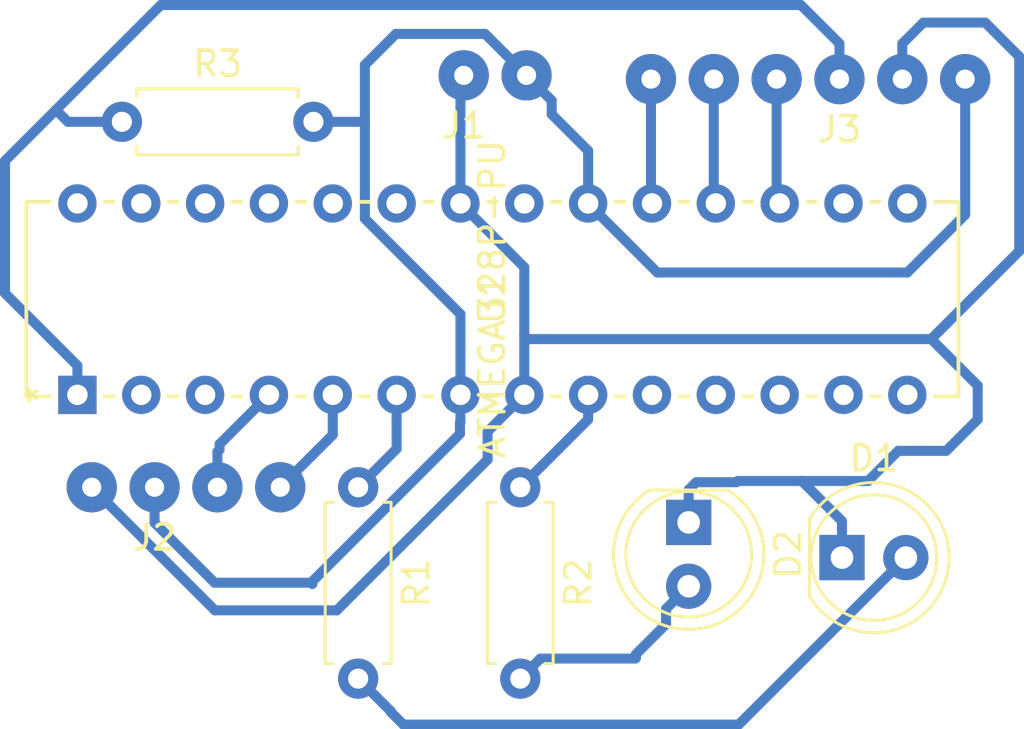
<source format=kicad_pcb>
(kicad_pcb (version 20171130) (host pcbnew 5.1.0-060a0da~80~ubuntu18.04.1)

  (general
    (thickness 1.6)
    (drawings 0)
    (tracks 98)
    (zones 0)
    (modules 9)
    (nets 29)
  )

  (page A4)
  (layers
    (0 F.Cu signal)
    (31 B.Cu signal)
    (32 B.Adhes user)
    (33 F.Adhes user)
    (34 B.Paste user)
    (35 F.Paste user)
    (36 B.SilkS user)
    (37 F.SilkS user)
    (38 B.Mask user)
    (39 F.Mask user)
    (40 Dwgs.User user)
    (41 Cmts.User user)
    (42 Eco1.User user)
    (43 Eco2.User user)
    (44 Edge.Cuts user)
    (45 Margin user)
    (46 B.CrtYd user)
    (47 F.CrtYd user)
    (48 B.Fab user)
    (49 F.Fab user)
  )

  (setup
    (last_trace_width 0.4)
    (trace_clearance 0.3)
    (zone_clearance 0.508)
    (zone_45_only no)
    (trace_min 0.2)
    (via_size 0.9)
    (via_drill 0.4)
    (via_min_size 0.4)
    (via_min_drill 0.3)
    (uvia_size 0.3)
    (uvia_drill 0.1)
    (uvias_allowed no)
    (uvia_min_size 0.2)
    (uvia_min_drill 0.1)
    (edge_width 0.05)
    (segment_width 0.2)
    (pcb_text_width 0.3)
    (pcb_text_size 1.5 1.5)
    (mod_edge_width 0.12)
    (mod_text_size 1 1)
    (mod_text_width 0.15)
    (pad_size 1.524 1.524)
    (pad_drill 0.762)
    (pad_to_mask_clearance 0.051)
    (solder_mask_min_width 0.25)
    (aux_axis_origin 0 0)
    (visible_elements FFFFFF7F)
    (pcbplotparams
      (layerselection 0x010fc_ffffffff)
      (usegerberextensions false)
      (usegerberattributes false)
      (usegerberadvancedattributes false)
      (creategerberjobfile false)
      (excludeedgelayer true)
      (linewidth 0.100000)
      (plotframeref false)
      (viasonmask false)
      (mode 1)
      (useauxorigin false)
      (hpglpennumber 1)
      (hpglpenspeed 20)
      (hpglpendiameter 15.000000)
      (psnegative false)
      (psa4output false)
      (plotreference true)
      (plotvalue true)
      (plotinvisibletext false)
      (padsonsilk false)
      (subtractmaskfromsilk false)
      (outputformat 1)
      (mirror false)
      (drillshape 1)
      (scaleselection 1)
      (outputdirectory ""))
  )

  (net 0 "")
  (net 1 "Net-(D1-Pad1)")
  (net 2 "Net-(D1-Pad2)")
  (net 3 "Net-(D2-Pad2)")
  (net 4 "Net-(J1-Pad1)")
  (net 5 "Net-(J2-Pad1)")
  (net 6 "Net-(J2-Pad2)")
  (net 7 "Net-(J3-Pad3)")
  (net 8 "Net-(J3-Pad4)")
  (net 9 "Net-(J3-Pad5)")
  (net 10 "Net-(J3-Pad6)")
  (net 11 "Net-(R1-Pad1)")
  (net 12 "Net-(R2-Pad1)")
  (net 13 "Net-(U1-Pad2)")
  (net 14 "Net-(U1-Pad3)")
  (net 15 "Net-(U1-Pad10)")
  (net 16 "Net-(U1-Pad12)")
  (net 17 "Net-(U1-Pad13)")
  (net 18 "Net-(U1-Pad14)")
  (net 19 "Net-(U1-Pad15)")
  (net 20 "Net-(U1-Pad16)")
  (net 21 "Net-(U1-Pad21)")
  (net 22 "Net-(U1-Pad23)")
  (net 23 "Net-(U1-Pad24)")
  (net 24 "Net-(U1-Pad25)")
  (net 25 "Net-(U1-Pad26)")
  (net 26 "Net-(U1-Pad27)")
  (net 27 "Net-(U1-Pad28)")
  (net 28 "Net-(U1-Pad11)")

  (net_class Default "This is the default net class."
    (clearance 0.3)
    (trace_width 0.4)
    (via_dia 0.9)
    (via_drill 0.4)
    (uvia_dia 0.3)
    (uvia_drill 0.1)
    (add_net "Net-(D1-Pad1)")
    (add_net "Net-(D1-Pad2)")
    (add_net "Net-(D2-Pad2)")
    (add_net "Net-(J1-Pad1)")
    (add_net "Net-(J2-Pad1)")
    (add_net "Net-(J2-Pad2)")
    (add_net "Net-(J3-Pad3)")
    (add_net "Net-(J3-Pad4)")
    (add_net "Net-(J3-Pad5)")
    (add_net "Net-(J3-Pad6)")
    (add_net "Net-(R1-Pad1)")
    (add_net "Net-(R2-Pad1)")
    (add_net "Net-(U1-Pad10)")
    (add_net "Net-(U1-Pad11)")
    (add_net "Net-(U1-Pad12)")
    (add_net "Net-(U1-Pad13)")
    (add_net "Net-(U1-Pad14)")
    (add_net "Net-(U1-Pad15)")
    (add_net "Net-(U1-Pad16)")
    (add_net "Net-(U1-Pad2)")
    (add_net "Net-(U1-Pad21)")
    (add_net "Net-(U1-Pad23)")
    (add_net "Net-(U1-Pad24)")
    (add_net "Net-(U1-Pad25)")
    (add_net "Net-(U1-Pad26)")
    (add_net "Net-(U1-Pad27)")
    (add_net "Net-(U1-Pad28)")
    (add_net "Net-(U1-Pad3)")
  )

  (module footprints:ATMEGA328P-PU (layer F.Cu) (tedit 0) (tstamp 5CB1FB37)
    (at 88.7 85.85 90)
    (path /5CB79CDD)
    (fp_text reference U1 (at -3.81 -16.51 90) (layer F.SilkS)
      (effects (font (size 1 1) (thickness 0.15)))
    )
    (fp_text value ATMEGA328P-PU (at -3.81 -16.51 90) (layer F.SilkS)
      (effects (font (size 1 1) (thickness 0.15)))
    )
    (fp_text user "Copyright 2016 Accelerated Designs. All rights reserved." (at 0 0 90) (layer Cmts.User)
      (effects (font (size 0.127 0.127) (thickness 0.002)))
    )
    (fp_text user * (at -7.62 -34.544 90) (layer F.SilkS)
      (effects (font (size 1 1) (thickness 0.15)))
    )
    (fp_text user * (at -7.3025 -33.02 90) (layer F.Fab)
      (effects (font (size 1 1) (thickness 0.15)))
    )
    (fp_line (start -7.5565 -32.6136) (end -7.5565 -33.4264) (layer F.Fab) (width 0.1524))
    (fp_line (start -7.5565 -33.4264) (end -8.0264 -33.4264) (layer F.Fab) (width 0.1524))
    (fp_line (start -8.0264 -33.4264) (end -8.0264 -32.6136) (layer F.Fab) (width 0.1524))
    (fp_line (start -8.0264 -32.6136) (end -7.5565 -32.6136) (layer F.Fab) (width 0.1524))
    (fp_line (start -7.5565 -30.0736) (end -7.5565 -30.8864) (layer F.Fab) (width 0.1524))
    (fp_line (start -7.5565 -30.8864) (end -8.0264 -30.8864) (layer F.Fab) (width 0.1524))
    (fp_line (start -8.0264 -30.8864) (end -8.0264 -30.0736) (layer F.Fab) (width 0.1524))
    (fp_line (start -8.0264 -30.0736) (end -7.5565 -30.0736) (layer F.Fab) (width 0.1524))
    (fp_line (start -7.5565 -27.5336) (end -7.5565 -28.3464) (layer F.Fab) (width 0.1524))
    (fp_line (start -7.5565 -28.3464) (end -8.0264 -28.3464) (layer F.Fab) (width 0.1524))
    (fp_line (start -8.0264 -28.3464) (end -8.0264 -27.5336) (layer F.Fab) (width 0.1524))
    (fp_line (start -8.0264 -27.5336) (end -7.5565 -27.5336) (layer F.Fab) (width 0.1524))
    (fp_line (start -7.5565 -24.9936) (end -7.5565 -25.8064) (layer F.Fab) (width 0.1524))
    (fp_line (start -7.5565 -25.8064) (end -8.0264 -25.8064) (layer F.Fab) (width 0.1524))
    (fp_line (start -8.0264 -25.8064) (end -8.0264 -24.9936) (layer F.Fab) (width 0.1524))
    (fp_line (start -8.0264 -24.9936) (end -7.5565 -24.9936) (layer F.Fab) (width 0.1524))
    (fp_line (start -7.5565 -22.4536) (end -7.5565 -23.2664) (layer F.Fab) (width 0.1524))
    (fp_line (start -7.5565 -23.2664) (end -8.0264 -23.2664) (layer F.Fab) (width 0.1524))
    (fp_line (start -8.0264 -23.2664) (end -8.0264 -22.4536) (layer F.Fab) (width 0.1524))
    (fp_line (start -8.0264 -22.4536) (end -7.5565 -22.4536) (layer F.Fab) (width 0.1524))
    (fp_line (start -7.5565 -19.9136) (end -7.5565 -20.7264) (layer F.Fab) (width 0.1524))
    (fp_line (start -7.5565 -20.7264) (end -8.0264 -20.7264) (layer F.Fab) (width 0.1524))
    (fp_line (start -8.0264 -20.7264) (end -8.0264 -19.9136) (layer F.Fab) (width 0.1524))
    (fp_line (start -8.0264 -19.9136) (end -7.5565 -19.9136) (layer F.Fab) (width 0.1524))
    (fp_line (start -7.5565 -17.3736) (end -7.5565 -18.1864) (layer F.Fab) (width 0.1524))
    (fp_line (start -7.5565 -18.1864) (end -8.0264 -18.1864) (layer F.Fab) (width 0.1524))
    (fp_line (start -8.0264 -18.1864) (end -8.0264 -17.3736) (layer F.Fab) (width 0.1524))
    (fp_line (start -8.0264 -17.3736) (end -7.5565 -17.3736) (layer F.Fab) (width 0.1524))
    (fp_line (start -7.5565 -14.8336) (end -7.5565 -15.6464) (layer F.Fab) (width 0.1524))
    (fp_line (start -7.5565 -15.6464) (end -8.0264 -15.6464) (layer F.Fab) (width 0.1524))
    (fp_line (start -8.0264 -15.6464) (end -8.0264 -14.8336) (layer F.Fab) (width 0.1524))
    (fp_line (start -8.0264 -14.8336) (end -7.5565 -14.8336) (layer F.Fab) (width 0.1524))
    (fp_line (start -7.5565 -12.2936) (end -7.5565 -13.1064) (layer F.Fab) (width 0.1524))
    (fp_line (start -7.5565 -13.1064) (end -8.0264 -13.1064) (layer F.Fab) (width 0.1524))
    (fp_line (start -8.0264 -13.1064) (end -8.0264 -12.2936) (layer F.Fab) (width 0.1524))
    (fp_line (start -8.0264 -12.2936) (end -7.5565 -12.2936) (layer F.Fab) (width 0.1524))
    (fp_line (start -7.5565 -9.7536) (end -7.5565 -10.5664) (layer F.Fab) (width 0.1524))
    (fp_line (start -7.5565 -10.5664) (end -8.0264 -10.5664) (layer F.Fab) (width 0.1524))
    (fp_line (start -8.0264 -10.5664) (end -8.0264 -9.7536) (layer F.Fab) (width 0.1524))
    (fp_line (start -8.0264 -9.7536) (end -7.5565 -9.7536) (layer F.Fab) (width 0.1524))
    (fp_line (start -7.5565 -7.2136) (end -7.5565 -8.0264) (layer F.Fab) (width 0.1524))
    (fp_line (start -7.5565 -8.0264) (end -8.0264 -8.0264) (layer F.Fab) (width 0.1524))
    (fp_line (start -8.0264 -8.0264) (end -8.0264 -7.2136) (layer F.Fab) (width 0.1524))
    (fp_line (start -8.0264 -7.2136) (end -7.5565 -7.2136) (layer F.Fab) (width 0.1524))
    (fp_line (start -7.5565 -4.6736) (end -7.5565 -5.4864) (layer F.Fab) (width 0.1524))
    (fp_line (start -7.5565 -5.4864) (end -8.0264 -5.4864) (layer F.Fab) (width 0.1524))
    (fp_line (start -8.0264 -5.4864) (end -8.0264 -4.6736) (layer F.Fab) (width 0.1524))
    (fp_line (start -8.0264 -4.6736) (end -7.5565 -4.6736) (layer F.Fab) (width 0.1524))
    (fp_line (start -7.5565 -2.1336) (end -7.5565 -2.9464) (layer F.Fab) (width 0.1524))
    (fp_line (start -7.5565 -2.9464) (end -8.0264 -2.9464) (layer F.Fab) (width 0.1524))
    (fp_line (start -8.0264 -2.9464) (end -8.0264 -2.1336) (layer F.Fab) (width 0.1524))
    (fp_line (start -8.0264 -2.1336) (end -7.5565 -2.1336) (layer F.Fab) (width 0.1524))
    (fp_line (start -7.5565 0.4064) (end -7.5565 -0.4064) (layer F.Fab) (width 0.1524))
    (fp_line (start -7.5565 -0.4064) (end -8.0264 -0.4064) (layer F.Fab) (width 0.1524))
    (fp_line (start -8.0264 -0.4064) (end -8.0264 0.4064) (layer F.Fab) (width 0.1524))
    (fp_line (start -8.0264 0.4064) (end -7.5565 0.4064) (layer F.Fab) (width 0.1524))
    (fp_line (start -0.0635 -0.4064) (end -0.0635 0.4064) (layer F.Fab) (width 0.1524))
    (fp_line (start -0.0635 0.4064) (end 0.4064 0.4064) (layer F.Fab) (width 0.1524))
    (fp_line (start 0.4064 0.4064) (end 0.4064 -0.4064) (layer F.Fab) (width 0.1524))
    (fp_line (start 0.4064 -0.4064) (end -0.0635 -0.4064) (layer F.Fab) (width 0.1524))
    (fp_line (start -0.0635 -2.9464) (end -0.0635 -2.1336) (layer F.Fab) (width 0.1524))
    (fp_line (start -0.0635 -2.1336) (end 0.4064 -2.1336) (layer F.Fab) (width 0.1524))
    (fp_line (start 0.4064 -2.1336) (end 0.4064 -2.9464) (layer F.Fab) (width 0.1524))
    (fp_line (start 0.4064 -2.9464) (end -0.0635 -2.9464) (layer F.Fab) (width 0.1524))
    (fp_line (start -0.0635 -5.4864) (end -0.0635 -4.6736) (layer F.Fab) (width 0.1524))
    (fp_line (start -0.0635 -4.6736) (end 0.4064 -4.6736) (layer F.Fab) (width 0.1524))
    (fp_line (start 0.4064 -4.6736) (end 0.4064 -5.4864) (layer F.Fab) (width 0.1524))
    (fp_line (start 0.4064 -5.4864) (end -0.0635 -5.4864) (layer F.Fab) (width 0.1524))
    (fp_line (start -0.0635 -8.0264) (end -0.0635 -7.2136) (layer F.Fab) (width 0.1524))
    (fp_line (start -0.0635 -7.2136) (end 0.4064 -7.2136) (layer F.Fab) (width 0.1524))
    (fp_line (start 0.4064 -7.2136) (end 0.4064 -8.0264) (layer F.Fab) (width 0.1524))
    (fp_line (start 0.4064 -8.0264) (end -0.0635 -8.0264) (layer F.Fab) (width 0.1524))
    (fp_line (start -0.0635 -10.5664) (end -0.0635 -9.7536) (layer F.Fab) (width 0.1524))
    (fp_line (start -0.0635 -9.7536) (end 0.4064 -9.7536) (layer F.Fab) (width 0.1524))
    (fp_line (start 0.4064 -9.7536) (end 0.4064 -10.5664) (layer F.Fab) (width 0.1524))
    (fp_line (start 0.4064 -10.5664) (end -0.0635 -10.5664) (layer F.Fab) (width 0.1524))
    (fp_line (start -0.0635 -13.1064) (end -0.0635 -12.2936) (layer F.Fab) (width 0.1524))
    (fp_line (start -0.0635 -12.2936) (end 0.4064 -12.2936) (layer F.Fab) (width 0.1524))
    (fp_line (start 0.4064 -12.2936) (end 0.4064 -13.1064) (layer F.Fab) (width 0.1524))
    (fp_line (start 0.4064 -13.1064) (end -0.0635 -13.1064) (layer F.Fab) (width 0.1524))
    (fp_line (start -0.0635 -15.6464) (end -0.0635 -14.8336) (layer F.Fab) (width 0.1524))
    (fp_line (start -0.0635 -14.8336) (end 0.4064 -14.8336) (layer F.Fab) (width 0.1524))
    (fp_line (start 0.4064 -14.8336) (end 0.4064 -15.6464) (layer F.Fab) (width 0.1524))
    (fp_line (start 0.4064 -15.6464) (end -0.0635 -15.6464) (layer F.Fab) (width 0.1524))
    (fp_line (start -0.0635 -18.1864) (end -0.0635 -17.3736) (layer F.Fab) (width 0.1524))
    (fp_line (start -0.0635 -17.3736) (end 0.4064 -17.3736) (layer F.Fab) (width 0.1524))
    (fp_line (start 0.4064 -17.3736) (end 0.4064 -18.1864) (layer F.Fab) (width 0.1524))
    (fp_line (start 0.4064 -18.1864) (end -0.0635 -18.1864) (layer F.Fab) (width 0.1524))
    (fp_line (start -0.0635 -20.7264) (end -0.0635 -19.9136) (layer F.Fab) (width 0.1524))
    (fp_line (start -0.0635 -19.9136) (end 0.4064 -19.9136) (layer F.Fab) (width 0.1524))
    (fp_line (start 0.4064 -19.9136) (end 0.4064 -20.7264) (layer F.Fab) (width 0.1524))
    (fp_line (start 0.4064 -20.7264) (end -0.0635 -20.7264) (layer F.Fab) (width 0.1524))
    (fp_line (start -0.0635 -23.2664) (end -0.0635 -22.4536) (layer F.Fab) (width 0.1524))
    (fp_line (start -0.0635 -22.4536) (end 0.4064 -22.4536) (layer F.Fab) (width 0.1524))
    (fp_line (start 0.4064 -22.4536) (end 0.4064 -23.2664) (layer F.Fab) (width 0.1524))
    (fp_line (start 0.4064 -23.2664) (end -0.0635 -23.2664) (layer F.Fab) (width 0.1524))
    (fp_line (start -0.0635 -25.8064) (end -0.0635 -24.9936) (layer F.Fab) (width 0.1524))
    (fp_line (start -0.0635 -24.9936) (end 0.4064 -24.9936) (layer F.Fab) (width 0.1524))
    (fp_line (start 0.4064 -24.9936) (end 0.4064 -25.8064) (layer F.Fab) (width 0.1524))
    (fp_line (start 0.4064 -25.8064) (end -0.0635 -25.8064) (layer F.Fab) (width 0.1524))
    (fp_line (start -0.0635 -28.3464) (end -0.0635 -27.5336) (layer F.Fab) (width 0.1524))
    (fp_line (start -0.0635 -27.5336) (end 0.4064 -27.5336) (layer F.Fab) (width 0.1524))
    (fp_line (start 0.4064 -27.5336) (end 0.4064 -28.3464) (layer F.Fab) (width 0.1524))
    (fp_line (start 0.4064 -28.3464) (end -0.0635 -28.3464) (layer F.Fab) (width 0.1524))
    (fp_line (start -0.0635 -30.8864) (end -0.0635 -30.0736) (layer F.Fab) (width 0.1524))
    (fp_line (start -0.0635 -30.0736) (end 0.4064 -30.0736) (layer F.Fab) (width 0.1524))
    (fp_line (start 0.4064 -30.0736) (end 0.4064 -30.8864) (layer F.Fab) (width 0.1524))
    (fp_line (start 0.4064 -30.8864) (end -0.0635 -30.8864) (layer F.Fab) (width 0.1524))
    (fp_line (start -0.0635 -33.4264) (end -0.0635 -32.6136) (layer F.Fab) (width 0.1524))
    (fp_line (start -0.0635 -32.6136) (end 0.4064 -32.6136) (layer F.Fab) (width 0.1524))
    (fp_line (start 0.4064 -32.6136) (end 0.4064 -33.4264) (layer F.Fab) (width 0.1524))
    (fp_line (start 0.4064 -33.4264) (end -0.0635 -33.4264) (layer F.Fab) (width 0.1524))
    (fp_line (start -7.6835 2.032) (end 0.0635 2.032) (layer F.SilkS) (width 0.1524))
    (fp_line (start 0.0635 2.032) (end 0.0635 1.092897) (layer F.SilkS) (width 0.1524))
    (fp_line (start 0.0635 -35.052) (end -7.6835 -35.052) (layer F.SilkS) (width 0.1524))
    (fp_line (start -7.6835 -35.052) (end -7.6835 -34.11474) (layer F.SilkS) (width 0.1524))
    (fp_line (start -7.5565 1.905) (end -0.0635 1.905) (layer F.Fab) (width 0.1524))
    (fp_line (start -0.0635 1.905) (end -0.0635 -34.925) (layer F.Fab) (width 0.1524))
    (fp_line (start -0.0635 -34.925) (end -7.5565 -34.925) (layer F.Fab) (width 0.1524))
    (fp_line (start -7.5565 -34.925) (end -7.5565 1.905) (layer F.Fab) (width 0.1524))
    (fp_line (start -7.6835 -31.92526) (end -7.6835 -31.572897) (layer F.SilkS) (width 0.1524))
    (fp_line (start -7.6835 -29.387103) (end -7.6835 -29.032897) (layer F.SilkS) (width 0.1524))
    (fp_line (start -7.6835 -26.847103) (end -7.6835 -26.492897) (layer F.SilkS) (width 0.1524))
    (fp_line (start -7.6835 -24.307103) (end -7.6835 -23.952897) (layer F.SilkS) (width 0.1524))
    (fp_line (start -7.6835 -21.767103) (end -7.6835 -21.412897) (layer F.SilkS) (width 0.1524))
    (fp_line (start -7.6835 -19.227103) (end -7.6835 -18.872897) (layer F.SilkS) (width 0.1524))
    (fp_line (start -7.6835 -16.687103) (end -7.6835 -16.332897) (layer F.SilkS) (width 0.1524))
    (fp_line (start -7.6835 -14.147103) (end -7.6835 -13.792897) (layer F.SilkS) (width 0.1524))
    (fp_line (start -7.6835 -11.607103) (end -7.6835 -11.252897) (layer F.SilkS) (width 0.1524))
    (fp_line (start -7.6835 -9.067103) (end -7.6835 -8.712897) (layer F.SilkS) (width 0.1524))
    (fp_line (start -7.6835 -6.527103) (end -7.6835 -6.172897) (layer F.SilkS) (width 0.1524))
    (fp_line (start -7.6835 -3.987103) (end -7.6835 -3.632897) (layer F.SilkS) (width 0.1524))
    (fp_line (start -7.6835 -1.447103) (end -7.6835 -1.092897) (layer F.SilkS) (width 0.1524))
    (fp_line (start -7.6835 1.092897) (end -7.6835 2.032) (layer F.SilkS) (width 0.1524))
    (fp_line (start 0.0635 -1.092897) (end 0.0635 -1.447103) (layer F.SilkS) (width 0.1524))
    (fp_line (start 0.0635 -3.632897) (end 0.0635 -3.987103) (layer F.SilkS) (width 0.1524))
    (fp_line (start 0.0635 -6.172897) (end 0.0635 -6.527103) (layer F.SilkS) (width 0.1524))
    (fp_line (start 0.0635 -8.712897) (end 0.0635 -9.067103) (layer F.SilkS) (width 0.1524))
    (fp_line (start 0.0635 -11.252897) (end 0.0635 -11.607103) (layer F.SilkS) (width 0.1524))
    (fp_line (start 0.0635 -13.792897) (end 0.0635 -14.147103) (layer F.SilkS) (width 0.1524))
    (fp_line (start 0.0635 -16.332897) (end 0.0635 -16.687103) (layer F.SilkS) (width 0.1524))
    (fp_line (start 0.0635 -18.872897) (end 0.0635 -19.227103) (layer F.SilkS) (width 0.1524))
    (fp_line (start 0.0635 -21.412897) (end 0.0635 -21.767103) (layer F.SilkS) (width 0.1524))
    (fp_line (start 0.0635 -23.952897) (end 0.0635 -24.307103) (layer F.SilkS) (width 0.1524))
    (fp_line (start 0.0635 -26.492897) (end 0.0635 -26.847103) (layer F.SilkS) (width 0.1524))
    (fp_line (start 0.0635 -29.032897) (end 0.0635 -29.387103) (layer F.SilkS) (width 0.1524))
    (fp_line (start 0.0635 -31.572897) (end 0.0635 -31.927103) (layer F.SilkS) (width 0.1524))
    (fp_line (start 0.0635 -34.112897) (end 0.0635 -35.052) (layer F.SilkS) (width 0.1524))
    (fp_line (start 1.016 1.016) (end 1.016 -34.036) (layer F.CrtYd) (width 0.1524))
    (fp_line (start 1.016 -34.036) (end 0.1905 -34.036) (layer F.CrtYd) (width 0.1524))
    (fp_line (start 0.1905 -34.036) (end 0.1905 -35.179) (layer F.CrtYd) (width 0.1524))
    (fp_line (start 0.1905 -35.179) (end -7.8105 -35.179) (layer F.CrtYd) (width 0.1524))
    (fp_line (start -7.8105 -35.179) (end -7.8105 -34.036) (layer F.CrtYd) (width 0.1524))
    (fp_line (start -7.8105 -34.036) (end -8.636 -34.036) (layer F.CrtYd) (width 0.1524))
    (fp_line (start -8.636 -34.036) (end -8.636 1.016) (layer F.CrtYd) (width 0.1524))
    (fp_line (start -8.636 1.016) (end -7.8105 1.016) (layer F.CrtYd) (width 0.1524))
    (fp_line (start -7.8105 1.016) (end -7.8105 2.159) (layer F.CrtYd) (width 0.1524))
    (fp_line (start -7.8105 2.159) (end 0.1905 2.159) (layer F.CrtYd) (width 0.1524))
    (fp_line (start 0.1905 2.159) (end 0.1905 1.016) (layer F.CrtYd) (width 0.1524))
    (fp_line (start 0.1905 1.016) (end 1.016 1.016) (layer F.CrtYd) (width 0.1524))
    (fp_arc (start -3.81 -34.925) (end -3.5052 -34.925) (angle 180) (layer F.Fab) (width 0.1524))
    (pad 1 thru_hole rect (at -7.62 -33.02 90) (size 1.524 1.524) (drill 0.8128) (layers *.Cu *.Mask)
      (net 7 "Net-(J3-Pad3)"))
    (pad 2 thru_hole circle (at -7.62 -30.48 90) (size 1.524 1.524) (drill 0.8128) (layers *.Cu *.Mask)
      (net 13 "Net-(U1-Pad2)"))
    (pad 3 thru_hole circle (at -7.62 -27.94 90) (size 1.524 1.524) (drill 0.8128) (layers *.Cu *.Mask)
      (net 14 "Net-(U1-Pad3)"))
    (pad 4 thru_hole circle (at -7.62 -25.4 90) (size 1.524 1.524) (drill 0.8128) (layers *.Cu *.Mask)
      (net 6 "Net-(J2-Pad2)"))
    (pad 5 thru_hole circle (at -7.62 -22.86 90) (size 1.524 1.524) (drill 0.8128) (layers *.Cu *.Mask)
      (net 5 "Net-(J2-Pad1)"))
    (pad 6 thru_hole circle (at -7.62 -20.32 90) (size 1.524 1.524) (drill 0.8128) (layers *.Cu *.Mask)
      (net 11 "Net-(R1-Pad1)"))
    (pad 7 thru_hole circle (at -7.62 -17.78 90) (size 1.524 1.524) (drill 0.8128) (layers *.Cu *.Mask)
      (net 4 "Net-(J1-Pad1)"))
    (pad 8 thru_hole circle (at -7.62 -15.24 90) (size 1.524 1.524) (drill 0.8128) (layers *.Cu *.Mask)
      (net 1 "Net-(D1-Pad1)"))
    (pad 9 thru_hole circle (at -7.62 -12.7 90) (size 1.524 1.524) (drill 0.8128) (layers *.Cu *.Mask)
      (net 12 "Net-(R2-Pad1)"))
    (pad 10 thru_hole circle (at -7.62 -10.16 90) (size 1.524 1.524) (drill 0.8128) (layers *.Cu *.Mask)
      (net 15 "Net-(U1-Pad10)"))
    (pad 11 thru_hole circle (at -7.62 -7.62 90) (size 1.524 1.524) (drill 0.8128) (layers *.Cu *.Mask)
      (net 28 "Net-(U1-Pad11)"))
    (pad 12 thru_hole circle (at -7.62 -5.08 90) (size 1.524 1.524) (drill 0.8128) (layers *.Cu *.Mask)
      (net 16 "Net-(U1-Pad12)"))
    (pad 13 thru_hole circle (at -7.62 -2.54 90) (size 1.524 1.524) (drill 0.8128) (layers *.Cu *.Mask)
      (net 17 "Net-(U1-Pad13)"))
    (pad 14 thru_hole circle (at -7.62 0 90) (size 1.524 1.524) (drill 0.8128) (layers *.Cu *.Mask)
      (net 18 "Net-(U1-Pad14)"))
    (pad 15 thru_hole circle (at 0 0 90) (size 1.524 1.524) (drill 0.8128) (layers *.Cu *.Mask)
      (net 19 "Net-(U1-Pad15)"))
    (pad 16 thru_hole circle (at 0 -2.54 90) (size 1.524 1.524) (drill 0.8128) (layers *.Cu *.Mask)
      (net 20 "Net-(U1-Pad16)"))
    (pad 17 thru_hole circle (at 0 -5.08 90) (size 1.524 1.524) (drill 0.8128) (layers *.Cu *.Mask)
      (net 8 "Net-(J3-Pad4)"))
    (pad 18 thru_hole circle (at 0 -7.62 90) (size 1.524 1.524) (drill 0.8128) (layers *.Cu *.Mask)
      (net 9 "Net-(J3-Pad5)"))
    (pad 19 thru_hole circle (at 0 -10.16 90) (size 1.524 1.524) (drill 0.8128) (layers *.Cu *.Mask)
      (net 10 "Net-(J3-Pad6)"))
    (pad 20 thru_hole circle (at 0 -12.7 90) (size 1.524 1.524) (drill 0.8128) (layers *.Cu *.Mask)
      (net 4 "Net-(J1-Pad1)"))
    (pad 21 thru_hole circle (at 0 -15.24 90) (size 1.524 1.524) (drill 0.8128) (layers *.Cu *.Mask)
      (net 21 "Net-(U1-Pad21)"))
    (pad 22 thru_hole circle (at 0 -17.78 90) (size 1.524 1.524) (drill 0.8128) (layers *.Cu *.Mask)
      (net 1 "Net-(D1-Pad1)"))
    (pad 23 thru_hole circle (at 0 -20.32 90) (size 1.524 1.524) (drill 0.8128) (layers *.Cu *.Mask)
      (net 22 "Net-(U1-Pad23)"))
    (pad 24 thru_hole circle (at 0 -22.86 90) (size 1.524 1.524) (drill 0.8128) (layers *.Cu *.Mask)
      (net 23 "Net-(U1-Pad24)"))
    (pad 25 thru_hole circle (at 0 -25.4 90) (size 1.524 1.524) (drill 0.8128) (layers *.Cu *.Mask)
      (net 24 "Net-(U1-Pad25)"))
    (pad 26 thru_hole circle (at 0 -27.94 90) (size 1.524 1.524) (drill 0.8128) (layers *.Cu *.Mask)
      (net 25 "Net-(U1-Pad26)"))
    (pad 27 thru_hole circle (at 0 -30.48 90) (size 1.524 1.524) (drill 0.8128) (layers *.Cu *.Mask)
      (net 26 "Net-(U1-Pad27)"))
    (pad 28 thru_hole circle (at 0 -33.02 90) (size 1.524 1.524) (drill 0.8128) (layers *.Cu *.Mask)
      (net 27 "Net-(U1-Pad28)"))
  )

  (module LEDs:LED_D5.0mm (layer F.Cu) (tedit 5995936A) (tstamp 5CB1FA07)
    (at 86.1 99.95)
    (descr "LED, diameter 5.0mm, 2 pins, http://cdn-reichelt.de/documents/datenblatt/A500/LL-504BC2E-009.pdf")
    (tags "LED diameter 5.0mm 2 pins")
    (path /5CB5EB3E)
    (fp_text reference D1 (at 1.27 -3.96) (layer F.SilkS)
      (effects (font (size 1 1) (thickness 0.15)))
    )
    (fp_text value LED (at 1.27 3.96) (layer F.Fab)
      (effects (font (size 1 1) (thickness 0.15)))
    )
    (fp_arc (start 1.27 0) (end -1.23 -1.469694) (angle 299.1) (layer F.Fab) (width 0.1))
    (fp_arc (start 1.27 0) (end -1.29 -1.54483) (angle 148.9) (layer F.SilkS) (width 0.12))
    (fp_arc (start 1.27 0) (end -1.29 1.54483) (angle -148.9) (layer F.SilkS) (width 0.12))
    (fp_circle (center 1.27 0) (end 3.77 0) (layer F.Fab) (width 0.1))
    (fp_circle (center 1.27 0) (end 3.77 0) (layer F.SilkS) (width 0.12))
    (fp_line (start -1.23 -1.469694) (end -1.23 1.469694) (layer F.Fab) (width 0.1))
    (fp_line (start -1.29 -1.545) (end -1.29 1.545) (layer F.SilkS) (width 0.12))
    (fp_line (start -1.95 -3.25) (end -1.95 3.25) (layer F.CrtYd) (width 0.05))
    (fp_line (start -1.95 3.25) (end 4.5 3.25) (layer F.CrtYd) (width 0.05))
    (fp_line (start 4.5 3.25) (end 4.5 -3.25) (layer F.CrtYd) (width 0.05))
    (fp_line (start 4.5 -3.25) (end -1.95 -3.25) (layer F.CrtYd) (width 0.05))
    (fp_text user %R (at 1.25 0) (layer F.Fab)
      (effects (font (size 0.8 0.8) (thickness 0.2)))
    )
    (pad 1 thru_hole rect (at 0 0) (size 1.8 1.8) (drill 0.9) (layers *.Cu *.Mask)
      (net 1 "Net-(D1-Pad1)"))
    (pad 2 thru_hole circle (at 2.54 0) (size 1.8 1.8) (drill 0.9) (layers *.Cu *.Mask)
      (net 2 "Net-(D1-Pad2)"))
    (model ${KISYS3DMOD}/LEDs.3dshapes/LED_D5.0mm.wrl
      (at (xyz 0 0 0))
      (scale (xyz 0.393701 0.393701 0.393701))
      (rotate (xyz 0 0 0))
    )
  )

  (module LEDs:LED_D5.0mm (layer F.Cu) (tedit 5995936A) (tstamp 5CB1FA19)
    (at 80 98.55 270)
    (descr "LED, diameter 5.0mm, 2 pins, http://cdn-reichelt.de/documents/datenblatt/A500/LL-504BC2E-009.pdf")
    (tags "LED diameter 5.0mm 2 pins")
    (path /5CB5E22B)
    (fp_text reference D2 (at 1.27 -3.96 270) (layer F.SilkS)
      (effects (font (size 1 1) (thickness 0.15)))
    )
    (fp_text value LED (at 1.27 3.96 270) (layer F.Fab)
      (effects (font (size 1 1) (thickness 0.15)))
    )
    (fp_text user %R (at 1.25 0) (layer F.Fab)
      (effects (font (size 0.8 0.8) (thickness 0.2)))
    )
    (fp_line (start 4.5 -3.25) (end -1.95 -3.25) (layer F.CrtYd) (width 0.05))
    (fp_line (start 4.5 3.25) (end 4.5 -3.25) (layer F.CrtYd) (width 0.05))
    (fp_line (start -1.95 3.25) (end 4.5 3.25) (layer F.CrtYd) (width 0.05))
    (fp_line (start -1.95 -3.25) (end -1.95 3.25) (layer F.CrtYd) (width 0.05))
    (fp_line (start -1.29 -1.545) (end -1.29 1.545) (layer F.SilkS) (width 0.12))
    (fp_line (start -1.23 -1.469694) (end -1.23 1.469694) (layer F.Fab) (width 0.1))
    (fp_circle (center 1.27 0) (end 3.77 0) (layer F.SilkS) (width 0.12))
    (fp_circle (center 1.27 0) (end 3.77 0) (layer F.Fab) (width 0.1))
    (fp_arc (start 1.27 0) (end -1.29 1.54483) (angle -148.9) (layer F.SilkS) (width 0.12))
    (fp_arc (start 1.27 0) (end -1.29 -1.54483) (angle 148.9) (layer F.SilkS) (width 0.12))
    (fp_arc (start 1.27 0) (end -1.23 -1.469694) (angle 299.1) (layer F.Fab) (width 0.1))
    (pad 2 thru_hole circle (at 2.54 0 270) (size 1.8 1.8) (drill 0.9) (layers *.Cu *.Mask)
      (net 3 "Net-(D2-Pad2)"))
    (pad 1 thru_hole rect (at 0 0 270) (size 1.8 1.8) (drill 0.9) (layers *.Cu *.Mask)
      (net 1 "Net-(D1-Pad1)"))
    (model ${KISYS3DMOD}/LEDs.3dshapes/LED_D5.0mm.wrl
      (at (xyz 0 0 0))
      (scale (xyz 0.393701 0.393701 0.393701))
      (rotate (xyz 0 0 0))
    )
  )

  (module millk:Conn2 (layer F.Cu) (tedit 5CB1B342) (tstamp 5CB1FA1F)
    (at 71.05 83.25 180)
    (path /5CB3365B)
    (fp_text reference J1 (at 0 0.5 180) (layer F.SilkS)
      (effects (font (size 1 1) (thickness 0.15)))
    )
    (fp_text value "5V Sup" (at 0 -0.5 180) (layer F.Fab)
      (effects (font (size 1 1) (thickness 0.15)))
    )
    (pad 1 thru_hole circle (at -2.5 2.5 180) (size 2 2) (drill 0.762) (layers *.Cu *.Mask)
      (net 4 "Net-(J1-Pad1)"))
    (pad 2 thru_hole circle (at 0 2.5 180) (size 2 2) (drill 0.762) (layers *.Cu *.Mask)
      (net 1 "Net-(D1-Pad1)"))
  )

  (module millk:Connector4 (layer F.Cu) (tedit 5CB1B2D6) (tstamp 5CB1FA27)
    (at 58.75 99.65 180)
    (path /5CB5468A)
    (fp_text reference J2 (at 0 0.5 180) (layer F.SilkS)
      (effects (font (size 1 1) (thickness 0.15)))
    )
    (fp_text value Conn_01x04 (at 0 -0.5 180) (layer F.Fab)
      (effects (font (size 1 1) (thickness 0.15)))
    )
    (pad 1 thru_hole circle (at -5 2.5 180) (size 2 2) (drill 0.762) (layers *.Cu *.Mask)
      (net 5 "Net-(J2-Pad1)"))
    (pad 2 thru_hole circle (at -2.5 2.5 180) (size 2 2) (drill 0.762) (layers *.Cu *.Mask)
      (net 6 "Net-(J2-Pad2)"))
    (pad 3 thru_hole circle (at 0 2.5 180) (size 2 2) (drill 0.762) (layers *.Cu *.Mask)
      (net 4 "Net-(J1-Pad1)"))
    (pad 4 thru_hole circle (at 2.5 2.5 180) (size 2 2) (drill 0.762) (layers *.Cu *.Mask)
      (net 1 "Net-(D1-Pad1)"))
  )

  (module millk:conn6 (layer F.Cu) (tedit 5CB1B36A) (tstamp 5CB1FA31)
    (at 86 83.4 180)
    (path /5CB25CC4)
    (fp_text reference J3 (at 0 0.5 180) (layer F.SilkS)
      (effects (font (size 1 1) (thickness 0.15)))
    )
    (fp_text value Conn_01x06 (at 0 -0.5 180) (layer F.Fab)
      (effects (font (size 1 1) (thickness 0.15)))
    )
    (pad 1 thru_hole circle (at -5 2.5 180) (size 2 2) (drill 0.762) (layers *.Cu *.Mask)
      (net 4 "Net-(J1-Pad1)"))
    (pad 2 thru_hole circle (at -2.5 2.5 180) (size 2 2) (drill 0.762) (layers *.Cu *.Mask)
      (net 1 "Net-(D1-Pad1)"))
    (pad 3 thru_hole circle (at 0 2.5 180) (size 2 2) (drill 0.762) (layers *.Cu *.Mask)
      (net 7 "Net-(J3-Pad3)"))
    (pad 4 thru_hole circle (at 2.5 2.5 180) (size 2 2) (drill 0.762) (layers *.Cu *.Mask)
      (net 8 "Net-(J3-Pad4)"))
    (pad 5 thru_hole circle (at 5 2.5 180) (size 2 2) (drill 0.762) (layers *.Cu *.Mask)
      (net 9 "Net-(J3-Pad5)"))
    (pad 6 thru_hole circle (at 7.5 2.5 180) (size 2 2) (drill 0.762) (layers *.Cu *.Mask)
      (net 10 "Net-(J3-Pad6)"))
  )

  (module Resistors_THT:R_Axial_DIN0207_L6.3mm_D2.5mm_P7.62mm_Horizontal (layer F.Cu) (tedit 5874F706) (tstamp 5CB1FA47)
    (at 66.85 97.15 270)
    (descr "Resistor, Axial_DIN0207 series, Axial, Horizontal, pin pitch=7.62mm, 0.25W = 1/4W, length*diameter=6.3*2.5mm^2, http://cdn-reichelt.de/documents/datenblatt/B400/1_4W%23YAG.pdf")
    (tags "Resistor Axial_DIN0207 series Axial Horizontal pin pitch 7.62mm 0.25W = 1/4W length 6.3mm diameter 2.5mm")
    (path /5CB5B28E)
    (fp_text reference R1 (at 3.81 -2.31 270) (layer F.SilkS)
      (effects (font (size 1 1) (thickness 0.15)))
    )
    (fp_text value R (at 3.81 2.31 270) (layer F.Fab)
      (effects (font (size 1 1) (thickness 0.15)))
    )
    (fp_line (start 8.7 -1.6) (end -1.05 -1.6) (layer F.CrtYd) (width 0.05))
    (fp_line (start 8.7 1.6) (end 8.7 -1.6) (layer F.CrtYd) (width 0.05))
    (fp_line (start -1.05 1.6) (end 8.7 1.6) (layer F.CrtYd) (width 0.05))
    (fp_line (start -1.05 -1.6) (end -1.05 1.6) (layer F.CrtYd) (width 0.05))
    (fp_line (start 7.02 1.31) (end 7.02 0.98) (layer F.SilkS) (width 0.12))
    (fp_line (start 0.6 1.31) (end 7.02 1.31) (layer F.SilkS) (width 0.12))
    (fp_line (start 0.6 0.98) (end 0.6 1.31) (layer F.SilkS) (width 0.12))
    (fp_line (start 7.02 -1.31) (end 7.02 -0.98) (layer F.SilkS) (width 0.12))
    (fp_line (start 0.6 -1.31) (end 7.02 -1.31) (layer F.SilkS) (width 0.12))
    (fp_line (start 0.6 -0.98) (end 0.6 -1.31) (layer F.SilkS) (width 0.12))
    (fp_line (start 7.62 0) (end 6.96 0) (layer F.Fab) (width 0.1))
    (fp_line (start 0 0) (end 0.66 0) (layer F.Fab) (width 0.1))
    (fp_line (start 6.96 -1.25) (end 0.66 -1.25) (layer F.Fab) (width 0.1))
    (fp_line (start 6.96 1.25) (end 6.96 -1.25) (layer F.Fab) (width 0.1))
    (fp_line (start 0.66 1.25) (end 6.96 1.25) (layer F.Fab) (width 0.1))
    (fp_line (start 0.66 -1.25) (end 0.66 1.25) (layer F.Fab) (width 0.1))
    (pad 2 thru_hole oval (at 7.62 0 270) (size 1.6 1.6) (drill 0.8) (layers *.Cu *.Mask)
      (net 2 "Net-(D1-Pad2)"))
    (pad 1 thru_hole circle (at 0 0 270) (size 1.6 1.6) (drill 0.8) (layers *.Cu *.Mask)
      (net 11 "Net-(R1-Pad1)"))
    (model ${KISYS3DMOD}/Resistors_THT.3dshapes/R_Axial_DIN0207_L6.3mm_D2.5mm_P7.62mm_Horizontal.wrl
      (at (xyz 0 0 0))
      (scale (xyz 0.393701 0.393701 0.393701))
      (rotate (xyz 0 0 0))
    )
  )

  (module Resistors_THT:R_Axial_DIN0207_L6.3mm_D2.5mm_P7.62mm_Horizontal (layer F.Cu) (tedit 5874F706) (tstamp 5CB1FA5D)
    (at 73.3 97.15 270)
    (descr "Resistor, Axial_DIN0207 series, Axial, Horizontal, pin pitch=7.62mm, 0.25W = 1/4W, length*diameter=6.3*2.5mm^2, http://cdn-reichelt.de/documents/datenblatt/B400/1_4W%23YAG.pdf")
    (tags "Resistor Axial_DIN0207 series Axial Horizontal pin pitch 7.62mm 0.25W = 1/4W length 6.3mm diameter 2.5mm")
    (path /5CB5BCAF)
    (fp_text reference R2 (at 3.81 -2.31 270) (layer F.SilkS)
      (effects (font (size 1 1) (thickness 0.15)))
    )
    (fp_text value R (at 3.81 2.31 270) (layer F.Fab)
      (effects (font (size 1 1) (thickness 0.15)))
    )
    (fp_line (start 0.66 -1.25) (end 0.66 1.25) (layer F.Fab) (width 0.1))
    (fp_line (start 0.66 1.25) (end 6.96 1.25) (layer F.Fab) (width 0.1))
    (fp_line (start 6.96 1.25) (end 6.96 -1.25) (layer F.Fab) (width 0.1))
    (fp_line (start 6.96 -1.25) (end 0.66 -1.25) (layer F.Fab) (width 0.1))
    (fp_line (start 0 0) (end 0.66 0) (layer F.Fab) (width 0.1))
    (fp_line (start 7.62 0) (end 6.96 0) (layer F.Fab) (width 0.1))
    (fp_line (start 0.6 -0.98) (end 0.6 -1.31) (layer F.SilkS) (width 0.12))
    (fp_line (start 0.6 -1.31) (end 7.02 -1.31) (layer F.SilkS) (width 0.12))
    (fp_line (start 7.02 -1.31) (end 7.02 -0.98) (layer F.SilkS) (width 0.12))
    (fp_line (start 0.6 0.98) (end 0.6 1.31) (layer F.SilkS) (width 0.12))
    (fp_line (start 0.6 1.31) (end 7.02 1.31) (layer F.SilkS) (width 0.12))
    (fp_line (start 7.02 1.31) (end 7.02 0.98) (layer F.SilkS) (width 0.12))
    (fp_line (start -1.05 -1.6) (end -1.05 1.6) (layer F.CrtYd) (width 0.05))
    (fp_line (start -1.05 1.6) (end 8.7 1.6) (layer F.CrtYd) (width 0.05))
    (fp_line (start 8.7 1.6) (end 8.7 -1.6) (layer F.CrtYd) (width 0.05))
    (fp_line (start 8.7 -1.6) (end -1.05 -1.6) (layer F.CrtYd) (width 0.05))
    (pad 1 thru_hole circle (at 0 0 270) (size 1.6 1.6) (drill 0.8) (layers *.Cu *.Mask)
      (net 12 "Net-(R2-Pad1)"))
    (pad 2 thru_hole oval (at 7.62 0 270) (size 1.6 1.6) (drill 0.8) (layers *.Cu *.Mask)
      (net 3 "Net-(D2-Pad2)"))
    (model ${KISYS3DMOD}/Resistors_THT.3dshapes/R_Axial_DIN0207_L6.3mm_D2.5mm_P7.62mm_Horizontal.wrl
      (at (xyz 0 0 0))
      (scale (xyz 0.393701 0.393701 0.393701))
      (rotate (xyz 0 0 0))
    )
  )

  (module Resistors_THT:R_Axial_DIN0207_L6.3mm_D2.5mm_P7.62mm_Horizontal (layer F.Cu) (tedit 5874F706) (tstamp 5CB1FA73)
    (at 57.45 82.6)
    (descr "Resistor, Axial_DIN0207 series, Axial, Horizontal, pin pitch=7.62mm, 0.25W = 1/4W, length*diameter=6.3*2.5mm^2, http://cdn-reichelt.de/documents/datenblatt/B400/1_4W%23YAG.pdf")
    (tags "Resistor Axial_DIN0207 series Axial Horizontal pin pitch 7.62mm 0.25W = 1/4W length 6.3mm diameter 2.5mm")
    (path /5CB30546)
    (fp_text reference R3 (at 3.81 -2.31) (layer F.SilkS)
      (effects (font (size 1 1) (thickness 0.15)))
    )
    (fp_text value R (at 3.81 2.31) (layer F.Fab)
      (effects (font (size 1 1) (thickness 0.15)))
    )
    (fp_line (start 8.7 -1.6) (end -1.05 -1.6) (layer F.CrtYd) (width 0.05))
    (fp_line (start 8.7 1.6) (end 8.7 -1.6) (layer F.CrtYd) (width 0.05))
    (fp_line (start -1.05 1.6) (end 8.7 1.6) (layer F.CrtYd) (width 0.05))
    (fp_line (start -1.05 -1.6) (end -1.05 1.6) (layer F.CrtYd) (width 0.05))
    (fp_line (start 7.02 1.31) (end 7.02 0.98) (layer F.SilkS) (width 0.12))
    (fp_line (start 0.6 1.31) (end 7.02 1.31) (layer F.SilkS) (width 0.12))
    (fp_line (start 0.6 0.98) (end 0.6 1.31) (layer F.SilkS) (width 0.12))
    (fp_line (start 7.02 -1.31) (end 7.02 -0.98) (layer F.SilkS) (width 0.12))
    (fp_line (start 0.6 -1.31) (end 7.02 -1.31) (layer F.SilkS) (width 0.12))
    (fp_line (start 0.6 -0.98) (end 0.6 -1.31) (layer F.SilkS) (width 0.12))
    (fp_line (start 7.62 0) (end 6.96 0) (layer F.Fab) (width 0.1))
    (fp_line (start 0 0) (end 0.66 0) (layer F.Fab) (width 0.1))
    (fp_line (start 6.96 -1.25) (end 0.66 -1.25) (layer F.Fab) (width 0.1))
    (fp_line (start 6.96 1.25) (end 6.96 -1.25) (layer F.Fab) (width 0.1))
    (fp_line (start 0.66 1.25) (end 6.96 1.25) (layer F.Fab) (width 0.1))
    (fp_line (start 0.66 -1.25) (end 0.66 1.25) (layer F.Fab) (width 0.1))
    (pad 2 thru_hole oval (at 7.62 0) (size 1.6 1.6) (drill 0.8) (layers *.Cu *.Mask)
      (net 4 "Net-(J1-Pad1)"))
    (pad 1 thru_hole circle (at 0 0) (size 1.6 1.6) (drill 0.8) (layers *.Cu *.Mask)
      (net 7 "Net-(J3-Pad3)"))
    (model ${KISYS3DMOD}/Resistors_THT.3dshapes/R_Axial_DIN0207_L6.3mm_D2.5mm_P7.62mm_Horizontal.wrl
      (at (xyz 0 0 0))
      (scale (xyz 0.393701 0.393701 0.393701))
      (rotate (xyz 0 0 0))
    )
  )

  (segment (start 70.92 80.88) (end 71.05 80.75) (width 0.4) (layer B.Cu) (net 1))
  (segment (start 70.92 85.85) (end 70.92 80.88) (width 0.4) (layer B.Cu) (net 1))
  (segment (start 73.46 88.39) (end 70.92 85.85) (width 0.4) (layer B.Cu) (net 1))
  (segment (start 80 97.25) (end 80.3 96.95) (width 0.4) (layer B.Cu) (net 1))
  (segment (start 80 98.55) (end 80 97.25) (width 0.4) (layer B.Cu) (net 1))
  (segment (start 80.3 96.95) (end 81.9 96.95) (width 0.4) (layer B.Cu) (net 1))
  (segment (start 81.9 96.95) (end 81.95 96.9) (width 0.4) (layer B.Cu) (net 1))
  (segment (start 81.95 96.9) (end 84.5 96.9) (width 0.4) (layer B.Cu) (net 1))
  (segment (start 86.1 98.5) (end 86.1 99.95) (width 0.4) (layer B.Cu) (net 1))
  (segment (start 84.5 96.9) (end 86.1 98.5) (width 0.4) (layer B.Cu) (net 1))
  (segment (start 87.137762 96.9) (end 88.337762 95.7) (width 0.4) (layer B.Cu) (net 1))
  (segment (start 84.5 96.9) (end 87.137762 96.9) (width 0.4) (layer B.Cu) (net 1))
  (segment (start 88.337762 95.7) (end 90.25 95.7) (width 0.4) (layer B.Cu) (net 1))
  (segment (start 90.25 95.7) (end 91.5 94.45) (width 0.4) (layer B.Cu) (net 1))
  (segment (start 91.5 94.45) (end 91.5 93.1) (width 0.4) (layer B.Cu) (net 1))
  (segment (start 91.5 93.1) (end 89.65 91.25) (width 0.4) (layer B.Cu) (net 1))
  (segment (start 73.6 91.25) (end 73.46 91.11) (width 0.4) (layer B.Cu) (net 1))
  (segment (start 89.65 91.25) (end 73.6 91.25) (width 0.4) (layer B.Cu) (net 1))
  (segment (start 73.46 93.47) (end 73.46 91.11) (width 0.4) (layer B.Cu) (net 1))
  (segment (start 73.46 91.11) (end 73.46 88.39) (width 0.4) (layer B.Cu) (net 1))
  (segment (start 88.5 79.485787) (end 89.335787 78.65) (width 0.4) (layer B.Cu) (net 1))
  (segment (start 88.5 80.9) (end 88.5 79.485787) (width 0.4) (layer B.Cu) (net 1))
  (segment (start 89.335787 78.65) (end 91.8 78.65) (width 0.4) (layer B.Cu) (net 1))
  (segment (start 91.8 78.65) (end 93.15 80) (width 0.4) (layer B.Cu) (net 1))
  (segment (start 93.15 80) (end 93.15 87.75) (width 0.4) (layer B.Cu) (net 1))
  (segment (start 93.15 87.75) (end 90 90.9) (width 0.4) (layer B.Cu) (net 1))
  (segment (start 90 90.9) (end 89.65 91.25) (width 0.4) (layer B.Cu) (net 1))
  (segment (start 71.999999 94.930001) (end 71.999999 96.050001) (width 0.4) (layer B.Cu) (net 1))
  (segment (start 73.46 93.47) (end 71.999999 94.930001) (width 0.4) (layer B.Cu) (net 1))
  (segment (start 71.999999 96.050001) (end 66 102.05) (width 0.4) (layer B.Cu) (net 1))
  (segment (start 61.15 102.05) (end 56.25 97.15) (width 0.4) (layer B.Cu) (net 1))
  (segment (start 66 102.05) (end 61.15 102.05) (width 0.4) (layer B.Cu) (net 1))
  (segment (start 81.99 106.6) (end 88.64 99.95) (width 0.4) (layer B.Cu) (net 2))
  (segment (start 68.65 106.6) (end 81.99 106.6) (width 0.4) (layer B.Cu) (net 2))
  (segment (start 68.150001 106.100001) (end 68.65 106.6) (width 0.4) (layer B.Cu) (net 2))
  (segment (start 66.85 104.77) (end 68.150001 106.070001) (width 0.4) (layer B.Cu) (net 2))
  (segment (start 68.150001 106.070001) (end 68.150001 106.100001) (width 0.4) (layer B.Cu) (net 2))
  (segment (start 74.099999 103.970001) (end 73.3 104.77) (width 0.4) (layer B.Cu) (net 3))
  (segment (start 79.100001 101.989999) (end 79.100001 102.599999) (width 0.4) (layer B.Cu) (net 3))
  (segment (start 77.9 103.95) (end 77.879999 103.970001) (width 0.4) (layer B.Cu) (net 3))
  (segment (start 80 101.09) (end 79.100001 101.989999) (width 0.4) (layer B.Cu) (net 3))
  (segment (start 77.879999 103.970001) (end 74.099999 103.970001) (width 0.4) (layer B.Cu) (net 3))
  (segment (start 79.100001 102.599999) (end 77.9 103.8) (width 0.4) (layer B.Cu) (net 3))
  (segment (start 77.9 103.8) (end 77.9 103.95) (width 0.4) (layer B.Cu) (net 3))
  (segment (start 76 83.75) (end 76 85.85) (width 0.4) (layer B.Cu) (net 4))
  (segment (start 74.549999 82.299999) (end 76 83.75) (width 0.4) (layer B.Cu) (net 4))
  (segment (start 73.55 80.75) (end 74.549999 81.749999) (width 0.4) (layer B.Cu) (net 4))
  (segment (start 74.549999 81.749999) (end 74.549999 82.299999) (width 0.4) (layer B.Cu) (net 4))
  (segment (start 91 86.3) (end 88.7 88.6) (width 0.4) (layer B.Cu) (net 4))
  (segment (start 91 80.9) (end 91 86.3) (width 0.4) (layer B.Cu) (net 4))
  (segment (start 78.75 88.6) (end 76 85.85) (width 0.4) (layer B.Cu) (net 4))
  (segment (start 88.7 88.6) (end 78.75 88.6) (width 0.4) (layer B.Cu) (net 4))
  (segment (start 68.35 79.1) (end 71.9 79.1) (width 0.4) (layer B.Cu) (net 4))
  (segment (start 67.117999 80.332001) (end 68.35 79.1) (width 0.4) (layer B.Cu) (net 4))
  (segment (start 70.92 93.47) (end 70.92 90.257762) (width 0.4) (layer B.Cu) (net 4))
  (segment (start 71.9 79.1) (end 73.55 80.75) (width 0.4) (layer B.Cu) (net 4))
  (segment (start 70.92 90.257762) (end 67.117999 86.455761) (width 0.4) (layer B.Cu) (net 4))
  (segment (start 58.75 98.564213) (end 61.135787 100.95) (width 0.4) (layer B.Cu) (net 4))
  (segment (start 58.75 97.15) (end 58.75 98.564213) (width 0.4) (layer B.Cu) (net 4))
  (segment (start 64.974002 100.95) (end 65.024002 101) (width 0.4) (layer B.Cu) (net 4))
  (segment (start 61.135787 100.95) (end 64.974002 100.95) (width 0.4) (layer B.Cu) (net 4))
  (segment (start 70.92 94.54763) (end 70.9 94.56763) (width 0.4) (layer B.Cu) (net 4))
  (segment (start 70.92 93.47) (end 70.92 94.54763) (width 0.4) (layer B.Cu) (net 4))
  (segment (start 65.024002 100.9) (end 65.024002 101) (width 0.4) (layer B.Cu) (net 4))
  (segment (start 70.9 95.024002) (end 65.024002 100.9) (width 0.4) (layer B.Cu) (net 4))
  (segment (start 70.9 94.56763) (end 70.9 95.024002) (width 0.4) (layer B.Cu) (net 4))
  (segment (start 67.035998 82.6) (end 67.117999 82.682001) (width 0.4) (layer B.Cu) (net 4))
  (segment (start 67.117999 86.455761) (end 67.117999 82.682001) (width 0.4) (layer B.Cu) (net 4))
  (segment (start 65.07 82.6) (end 67.035998 82.6) (width 0.4) (layer B.Cu) (net 4))
  (segment (start 67.117999 82.682001) (end 67.117999 80.332001) (width 0.4) (layer B.Cu) (net 4))
  (segment (start 65.84 95.06) (end 65.84 93.47) (width 0.4) (layer B.Cu) (net 5))
  (segment (start 63.75 97.15) (end 65.84 95.06) (width 0.4) (layer B.Cu) (net 5))
  (segment (start 61.25 95.735787) (end 61.335787 95.65) (width 0.4) (layer B.Cu) (net 6))
  (segment (start 61.25 97.15) (end 61.25 95.735787) (width 0.4) (layer B.Cu) (net 6))
  (segment (start 61.335787 95.434213) (end 63.3 93.47) (width 0.4) (layer B.Cu) (net 6))
  (segment (start 61.335787 95.65) (end 61.335787 95.434213) (width 0.4) (layer B.Cu) (net 6))
  (segment (start 55.68 93.47) (end 55.68 94.08) (width 0.25) (layer B.Cu) (net 7))
  (segment (start 86 79.485787) (end 86 80.9) (width 0.4) (layer B.Cu) (net 7))
  (segment (start 55.68 93.47) (end 55.68 92.308) (width 0.4) (layer B.Cu) (net 7))
  (segment (start 55.68 92.308) (end 52.8 89.428) (width 0.4) (layer B.Cu) (net 7))
  (segment (start 84.464213 77.95) (end 86 79.485787) (width 0.4) (layer B.Cu) (net 7))
  (segment (start 52.8 89.428) (end 52.8 84.15) (width 0.4) (layer B.Cu) (net 7))
  (segment (start 59 77.95) (end 84.464213 77.95) (width 0.4) (layer B.Cu) (net 7))
  (segment (start 55.3 82.6) (end 54.825 82.125) (width 0.4) (layer B.Cu) (net 7))
  (segment (start 57.45 82.6) (end 55.3 82.6) (width 0.4) (layer B.Cu) (net 7))
  (segment (start 52.8 84.15) (end 54.825 82.125) (width 0.4) (layer B.Cu) (net 7))
  (segment (start 54.825 82.125) (end 59 77.95) (width 0.4) (layer B.Cu) (net 7))
  (segment (start 83.5 85.73) (end 83.62 85.85) (width 0.4) (layer B.Cu) (net 8))
  (segment (start 83.5 80.9) (end 83.5 85.73) (width 0.4) (layer B.Cu) (net 8))
  (segment (start 81 85.77) (end 81.08 85.85) (width 0.4) (layer B.Cu) (net 9))
  (segment (start 81 80.9) (end 81 85.77) (width 0.4) (layer B.Cu) (net 9))
  (segment (start 78.5 85.81) (end 78.54 85.85) (width 0.4) (layer B.Cu) (net 10))
  (segment (start 78.5 80.9) (end 78.5 85.81) (width 0.4) (layer B.Cu) (net 10))
  (segment (start 68.38 94.54763) (end 68.38 93.47) (width 0.4) (layer B.Cu) (net 11))
  (segment (start 68.38 95.62) (end 68.38 94.54763) (width 0.4) (layer B.Cu) (net 11))
  (segment (start 66.85 97.15) (end 68.38 95.62) (width 0.4) (layer B.Cu) (net 11))
  (segment (start 76 94.45) (end 76 93.47) (width 0.4) (layer B.Cu) (net 12))
  (segment (start 73.3 97.15) (end 76 94.45) (width 0.4) (layer B.Cu) (net 12))

)

</source>
